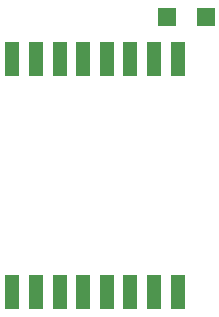
<source format=gbp>
G04 #@! TF.FileFunction,Paste,Bot*
%FSLAX46Y46*%
G04 Gerber Fmt 4.6, Leading zero omitted, Abs format (unit mm)*
G04 Created by KiCad (PCBNEW 4.0.4-stable) date 03/17/17 15:09:56*
%MOMM*%
%LPD*%
G01*
G04 APERTURE LIST*
%ADD10C,0.100000*%
%ADD11R,1.500000X1.500000*%
%ADD12R,1.200000X3.000000*%
G04 APERTURE END LIST*
D10*
D11*
X145363200Y-85039200D03*
X142063200Y-85039200D03*
D12*
X143002000Y-108334000D03*
X141002000Y-108334000D03*
X139002000Y-108334000D03*
X137002000Y-108334000D03*
X135002000Y-108334000D03*
X133002000Y-108334000D03*
X131002000Y-108334000D03*
X129002000Y-108334000D03*
X129002000Y-88634000D03*
X131002000Y-88634000D03*
X133002000Y-88634000D03*
X135002000Y-88634000D03*
X137002000Y-88634000D03*
X139002000Y-88634000D03*
X141002000Y-88634000D03*
X143002000Y-88634000D03*
M02*

</source>
